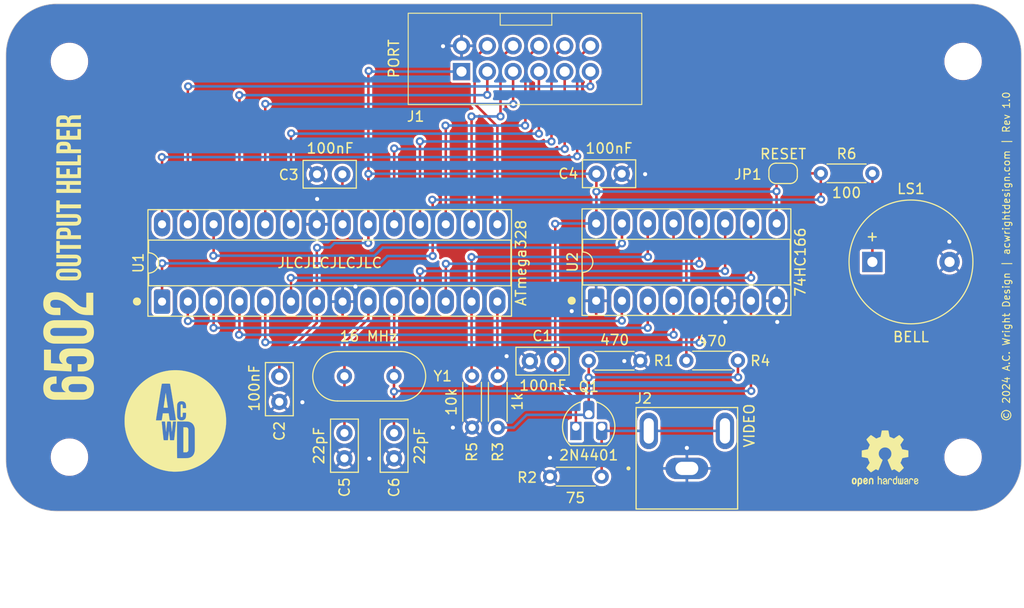
<source format=kicad_pcb>
(kicad_pcb (version 20241229) (generator "pcbnew") (generator_version "9.0")
  (title_block (title "6502 Output Helper") (date "2025-12-05") (rev "1.0") (company "A.C. Wright Design"))
  (layers (0 "F.Cu" signal "Top") (2 "B.Cu" signal "Bottom") (13 "F.Paste" user) (15 "B.Paste" user) (5 "F.SilkS" user "F.Silkscreen") (7 "B.SilkS" user "B.Silkscreen") (1 "F.Mask" user) (3 "B.Mask" user) (25 "Edge.Cuts" user))
  (net 0 "")
  (net 1 "GND")
  (net 2 "VCC")
  (net 3 "Net-(U1-AREF)")
  (net 4 "P2")
  (net 5 "XTAL1")
  (net 6 "XTAL2")
  (net 7 "P3")
  (net 8 "P6")
  (net 9 "C1{slash}ACK")
  (net 10 "P5")
  (net 11 "C2{slash}AVAIL")
  (net 12 "P0")
  (net 13 "P4")
  (net 14 "P1")
  (net 15 "P7")
  (net 16 "Net-(J2-In)")
  (net 17 "BELL")
  (net 18 "Net-(LS1-+)")
  (net 19 "COMVID")
  (net 20 "Net-(U1-PB0)")
  (net 21 "Net-(U2-Qh)")
  (net 22 "D7")
  (net 23 "D1")
  (net 24 "SH{slash}LDB")
  (net 25 "D6")
  (net 26 "D2")
  (net 27 "D4")
  (net 28 "D0")
  (net 29 "D5")
  (net 30 "D3")
  (footprint "Symbol:OSHW-Logo2_7.3x6mm_SilkScreen" (layer "F.Cu") (at 151.6211 127.9436)
    (property "Reference" "REF**" (hide yes))
    (property "Value" "OSHW-Logo2_7.3x6mm_SilkScreen" (hide yes))
  )
  (footprint "A.C. Wright Logo:A.C. Wright Logo 10mm" (layer "F.Cu") (at 81.7311 124.2436)
    (property "Reference" "G***" (hide yes))
    (property "Value" "LOGO" (hide yes))
  )
  (footprint "Capacitor_THT:C_Disc_D5.0mm_W2.5mm_P2.50mm" (layer "F.Cu") (at 125.6911 99.8836 180)
    (property "Reference" "C4" (at 5.27 0 0) (layer "F.SilkS"))
    (property "Value" "100nF" (at 1.25 2.5 0) (layer "F.SilkS"))
    (pad "1" thru_hole circle (at 0 0 180) (size 1.6 1.6) (drill 0.8) (layers "*.Cu" "*.Mask") (net 1 "GND"))
    (pad "2" thru_hole circle (at 2.5 0 180) (size 1.6 1.6) (drill 0.8) (layers "*.Cu" "*.Mask") (net 2 "VCC"))
  )
  (footprint "Capacitor_THT:C_Disc_D5.0mm_W2.5mm_P2.50mm" (layer "F.Cu") (at 119.1411 118.3536 180)
    (property "Reference" "C1" (at 1.28 2.48 0) (layer "F.SilkS"))
    (property "Value" "100nF" (at 1.22 -2.4 0) (layer "F.SilkS"))
    (pad "1" thru_hole circle (at 0 0 180) (size 1.6 1.6) (drill 0.8) (layers "*.Cu" "*.Mask") (net 2 "VCC"))
    (pad "2" thru_hole circle (at 2.5 0 180) (size 1.6 1.6) (drill 0.8) (layers "*.Cu" "*.Mask") (net 1 "GND"))
  )
  (footprint "MountingHole:MountingHole_3.2mm_M3" (layer "F.Cu") (at 159.3011 88.8136)
    (property "Reference" "H2" (hide yes))
    (property "Value" "MountingHole" (hide yes))
    (pad "" np_thru_hole circle (at 0 0) (size 3.2 3.2) (drill 3.2) (layers "*.Cu" "*.Mask"))
  )
  (footprint "Capacitor_THT:C_Disc_D5.0mm_W2.5mm_P2.50mm" (layer "F.Cu") (at 103.2711 125.4336 -90)
    (property "Reference" "C6" (at 5.36 0 90) (layer "F.SilkS"))
    (property "Value" "22pF" (at 1.25 -2.52 90) (layer "F.SilkS"))
    (pad "1" thru_hole circle (at 0 0 270) (size 1.6 1.6) (drill 0.8) (layers "*.Cu" "*.Mask") (net 6 "XTAL2"))
    (pad "2" thru_hole circle (at 2.5 0 270) (size 1.6 1.6) (drill 0.8) (layers "*.Cu" "*.Mask") (net 1 "GND"))
  )
  (footprint "Package_DIP:DIP-16_W7.62mm_Socket_LongPads" (layer "F.Cu") (at 123.1711 112.4036 90)
    (property "Reference" "U2" (at 3.81 -2.33 90) (layer "F.SilkS"))
    (property "Value" "74HC166" (at 3.81 20.11 90) (layer "F.SilkS"))
    (pad "1" thru_hole roundrect (at 0 0 90) (size 2.4 1.6) (drill 0.8) (layers "*.Cu" "*.Mask") (roundrect_rratio 0.15625) (net 1 "GND"))
    (pad "2" thru_hole oval (at 0 2.54 90) (size 2.4 1.6) (drill 0.8) (layers "*.Cu" "*.Mask") (net 28 "D0"))
    (pad "3" thru_hole oval (at 0 5.08 90) (size 2.4 1.6) (drill 0.8) (layers "*.Cu" "*.Mask") (net 23 "D1"))
    (pad "4" thru_hole oval (at 0 7.62 90) (size 2.4 1.6) (drill 0.8) (layers "*.Cu" "*.Mask") (net 26 "D2"))
    (pad "5" thru_hole oval (at 0 10.16 90) (size 2.4 1.6) (drill 0.8) (layers "*.Cu" "*.Mask") (net 30 "D3"))
    (pad "6" thru_hole oval (at 0 12.7 90) (size 2.4 1.6) (drill 0.8) (layers "*.Cu" "*.Mask") (net 1 "GND"))
    (pad "7" thru_hole oval (at 0 15.24 90) (size 2.4 1.6) (drill 0.8) (layers "*.Cu" "*.Mask") (net 6 "XTAL2"))
    (pad "8" thru_hole oval (at 0 17.78 90) (size 2.4 1.6) (drill 0.8) (layers "*.Cu" "*.Mask") (net 1 "GND"))
    (pad "9" thru_hole oval (at 7.62 17.78 90) (size 2.4 1.6) (drill 0.8) (layers "*.Cu" "*.Mask") (net 2 "VCC"))
    (pad "10" thru_hole oval (at 7.62 15.24 90) (size 2.4 1.6) (drill 0.8) (layers "*.Cu" "*.Mask") (net 27 "D4"))
    (pad "11" thru_hole oval (at 7.62 12.7 90) (size 2.4 1.6) (drill 0.8) (layers "*.Cu" "*.Mask") (net 29 "D5"))
    (pad "12" thru_hole oval (at 7.62 10.16 90) (size 2.4 1.6) (drill 0.8) (layers "*.Cu" "*.Mask") (net 25 "D6"))
    (pad "13" thru_hole oval (at 7.62 7.62 90) (size 2.4 1.6) (drill 0.8) (layers "*.Cu" "*.Mask") (net 21 "Net-(U2-Qh)"))
    (pad "14" thru_hole oval (at 7.62 5.08 90) (size 2.4 1.6) (drill 0.8) (layers "*.Cu" "*.Mask") (net 22 "D7"))
    (pad "15" thru_hole oval (at 7.62 2.54 90) (size 2.4 1.6) (drill 0.8) (layers "*.Cu" "*.Mask") (net 24 "SH{slash}LDB"))
    (pad "16" thru_hole oval (at 7.62 0 90) (size 2.4 1.6) (drill 0.8) (layers "*.Cu" "*.Mask") (net 2 "VCC"))
  )
  (footprint "6502 Parts:6502 GPIO Connector" (layer "F.Cu") (at 109.9111 89.8136 90)
    (property "Reference" "J1" (at -4.43 -4.52 180) (layer "F.SilkS"))
    (property "Value" "PORT" (at 1.27 -6.66 90) (layer "F.SilkS"))
    (pad "1" thru_hole rect (at 0 0 90) (size 1.7 1.7) (drill 1) (layers "*.Cu" "*.Mask") (net 2 "VCC"))
    (pad "2" thru_hole oval (at 2.54 0 90) (size 1.7 1.7) (drill 1) (layers "*.Cu" "*.Mask") (net 1 "GND"))
    (pad "3" thru_hole oval (at 0 2.54 90) (size 1.7 1.7) (drill 1) (layers "*.Cu" "*.Mask") (net 15 "P7"))
    (pad "4" thru_hole oval (at 2.54 2.54 90) (size 1.7 1.7) (drill 1) (layers "*.Cu" "*.Mask") (net 12 "P0"))
    (pad "5" thru_hole oval (at 0 5.08 90) (size 1.7 1.7) (drill 1) (layers "*.Cu" "*.Mask") (net 8 "P6"))
    (pad "6" thru_hole oval (at 2.54 5.08 90) (size 1.7 1.7) (drill 1) (layers "*.Cu" "*.Mask") (net 14 "P1"))
    (pad "7" thru_hole oval (at 0 7.62 90) (size 1.7 1.7) (drill 1) (layers "*.Cu" "*.Mask") (net 10 "P5"))
    (pad "8" thru_hole oval (at 2.54 7.62 90) (size 1.7 1.7) (drill 1) (layers "*.Cu" "*.Mask") (net 4 "P2"))
    (pad "9" thru_hole oval (at 0 10.16 90) (size 1.7 1.7) (drill 1) (layers "*.Cu" "*.Mask") (net 13 "P4"))
    (pad "10" thru_hole oval (at 2.54 10.16 90) (size 1.7 1.7) (drill 1) (layers "*.Cu" "*.Mask") (net 7 "P3"))
    (pad "11" thru_hole oval (at 0 12.7 90) (size 1.7 1.7) (drill 1) (layers "*.Cu" "*.Mask") (net 9 "C1{slash}ACK"))
    (pad "12" thru_hole oval (at 2.54 12.7 90) (size 1.7 1.7) (drill 1) (layers "*.Cu" "*.Mask") (net 11 "C2{slash}AVAIL"))
  )
  (footprint "6502 Logos:6502 Output Helper 5mm" (layer "F.Cu") (at 71.220936 100.927563 90)
    (property "Reference" "G***" (hide yes))
    (property "Value" "LOGO" (hide yes))
  )
  (footprint "Jumper:SolderJumper-2_P1.3mm_Open_RoundedPad1.0x1.5mm" (layer "F.Cu") (at 141.5811 99.8436 180)
    (property "Reference" "JP1" (at 3.47 -0.11 0) (layer "F.SilkS"))
    (property "Value" "RESET" (at 0 1.9 0) (layer "F.SilkS"))
    (pad "1" smd custom (at -0.65 0 180) (size 1 0.5) (layers "F.Cu" "F.Mask") (net 17 "BELL") (options (clearance outline) (anchor rect)) (primitives (gr_circle (center 0 0.25) (end 0.5 0.25) (width 0) (fill yes)) (gr_circle (center 0 -0.25) (end 0.5 -0.25) (width 0) (fill yes)) (gr_poly (pts (xy 0.5 0.75) (xy 0 0.75) (xy 0 -0.75) (xy 0.5 -0.75)) (width 0) (fill yes))))
    (pad "2" smd custom (at 0.65 0 180) (size 1 0.5) (layers "F.Cu" "F.Mask") (net 2 "VCC") (options (clearance outline) (anchor rect)) (primitives (gr_circle (center 0 0.25) (end 0.5 0.25) (width 0) (fill yes)) (gr_circle (center 0 -0.25) (end 0.5 -0.25) (width 0) (fill yes)) (gr_poly (pts (xy 0 0.75) (xy -0.5 0.75) (xy -0.5 -0.75) (xy 0 -0.75)) (width 0) (fill yes))))
  )
  (footprint "Resistor_THT:R_Axial_DIN0204_L3.6mm_D1.6mm_P5.08mm_Horizontal" (layer "F.Cu") (at 110.9511 124.8936 90)
    (property "Reference" "R5" (at -2.41 -0.02 90) (layer "F.SilkS"))
    (property "Value" "10k" (at 2.53 -2.04 90) (layer "F.SilkS"))
    (pad "1" thru_hole circle (at 0 0 90) (size 1.4 1.4) (drill 0.7) (layers "*.Cu" "*.Mask") (net 1 "GND"))
    (pad "2" thru_hole circle (at 5.08 0 90) (size 1.4 1.4) (drill 0.7) (layers "*.Cu" "*.Mask") (net 22 "D7"))
  )
  (footprint "MountingHole:MountingHole_3.2mm_M3" (layer "F.Cu") (at 159.3011 127.8136)
    (property "Reference" "H4" (hide yes))
    (property "Value" "MountingHole" (hide yes))
    (pad "" np_thru_hole circle (at 0 0) (size 3.2 3.2) (drill 3.2) (layers "*.Cu" "*.Mask"))
  )
  (footprint "6502 Parts:SWITCHCRAFT_PJRAN1X1U04X" (layer "F.Cu") (at 132.1011 128.9236)
    (property "Reference" "J2" (at -4.29 -6.9 0) (layer "F.SilkS"))
    (property "Value" "VIDEO" (at 6.15 -4.22 90) (layer "F.SilkS"))
    (pad "1" thru_hole oval (at 0 0) (size 4.2 2.1) (drill oval 2.25 1.3) (layers "*.Cu" "*.Mask") (net 1 "GND"))
    (pad "2" thru_hole oval (at -3.75 -3.7) (size 1.8 3.6) (drill oval 1 2.5) (layers "*.Cu" "*.Mask") (net 16 "Net-(J2-In)"))
    (pad "2" thru_hole oval (at 3.75 -3.7) (size 1.8 3.6) (drill oval 1 2.5) (layers "*.Cu" "*.Mask") (net 16 "Net-(J2-In)"))
  )
  (footprint "Resistor_THT:R_Axial_DIN0204_L3.6mm_D1.6mm_P5.08mm_Horizontal" (layer "F.Cu") (at 145.2911 99.8436)
    (property "Reference" "R6" (at 2.54 -1.92 0) (layer "F.SilkS"))
    (property "Value" "100" (at 2.54 1.92 0) (layer "F.SilkS"))
    (pad "1" thru_hole circle (at 0 0) (size 1.4 1.4) (drill 0.7) (layers "*.Cu" "*.Mask") (net 17 "BELL"))
    (pad "2" thru_hole circle (at 5.08 0) (size 1.4 1.4) (drill 0.7) (layers "*.Cu" "*.Mask") (net 18 "Net-(LS1-+)"))
  )
  (footprint "MountingHole:MountingHole_3.2mm_M3" (layer "F.Cu") (at 71.3011 88.8136)
    (property "Reference" "H1" (hide yes))
    (property "Value" "MountingHole" (hide yes))
    (pad "" np_thru_hole circle (at 0 0) (size 3.2 3.2) (drill 3.2) (layers "*.Cu" "*.Mask"))
  )
  (footprint "Buzzer_Beeper:Buzzer_12x9.5RM7.6" (layer "F.Cu") (at 150.3711 108.5736)
    (property "Reference" "LS1" (at 3.8 -7.2 0) (layer "F.SilkS"))
    (property "Value" "BELL" (at 3.8 7.4 0) (layer "F.SilkS"))
    (fp_text user "+" (at -0.01 -2.54 0) (layer "F.SilkS"))
    (pad "1" thru_hole rect (at 0 0) (size 2 2) (drill 1) (layers "*.Cu" "*.Mask") (net 18 "Net-(LS1-+)"))
    (pad "2" thru_hole circle (at 7.6 0) (size 2 2) (drill 1) (layers "*.Cu" "*.Mask") (net 1 "GND"))
  )
  (footprint "Package_TO_SOT_THT:TO-92_HandSolder" (layer "F.Cu") (at 121.1711 124.8336)
    (property "Reference" "Q1" (at 1.27 -3.96 0) (layer "F.SilkS"))
    (property "Value" "2N4401" (at 1.27 2.79 0) (layer "F.SilkS"))
    (pad "1" thru_hole rect (at 0 0) (size 1.1 1.8) (drill 0.75 (offset 0 0.4)) (layers "*.Cu" "*.Mask") (net 2 "VCC"))
    (pad "2" thru_hole roundrect (at 1.27 -1.27) (size 1.1 1.8) (drill 0.75 (offset 0 -0.4)) (layers "*.Cu" "*.Mask") (net 19 "COMVID"))
    (pad "3" thru_hole roundrect (at 2.54 0) (size 1.1 1.8) (drill 0.75 (offset 0 0.4)) (layers "*.Cu" "*.Mask") (net 16 "Net-(J2-In)"))
  )
  (footprint "Resistor_THT:R_Axial_DIN0204_L3.6mm_D1.6mm_P5.08mm_Horizontal" (layer "F.Cu") (at 122.4411 118.3136)
    (property "Reference" "R1" (at 7.37 0 0) (layer "F.SilkS"))
    (property "Value" "470" (at 2.54 -2.05 0) (layer "F.SilkS"))
    (pad "1" thru_hole circle (at 0 0) (size 1.4 1.4) (drill 0.7) (layers "*.Cu" "*.Mask") (net 19 "COMVID"))
    (pad "2" thru_hole circle (at 5.08 0) (size 1.4 1.4) (drill 0.7) (layers "*.Cu" "*.Mask") (net 1 "GND"))
  )
  (footprint "Resistor_THT:R_Axial_DIN0204_L3.6mm_D1.6mm_P5.08mm_Horizontal" (layer "F.Cu") (at 123.7111 129.7336 180)
    (property "Reference" "R2" (at 7.34 -0.09 0) (layer "F.SilkS"))
    (property "Value" "75" (at 2.58 -2.1 0) (layer "F.SilkS"))
    (pad "1" thru_hole circle (at 0 0 180) (size 1.4 1.4) (drill 0.7) (layers "*.Cu" "*.Mask") (net 16 "Net-(J2-In)"))
    (pad "2" thru_hole circle (at 5.08 0 180) (size 1.4 1.4) (drill 0.7) (layers "*.Cu" "*.Mask") (net 1 "GND"))
  )
  (footprint "Capacitor_THT:C_Disc_D5.0mm_W2.5mm_P2.50mm" (layer "F.Cu") (at 95.6811 99.9336)
    (property "Reference" "C3" (at -2.79 0.06 0) (layer "F.SilkS"))
    (property "Value" "100nF" (at 1.29 -2.55 0) (layer "F.SilkS"))
    (pad "1" thru_hole circle (at 0 0) (size 1.6 1.6) (drill 0.8) (layers "*.Cu" "*.Mask") (net 1 "GND"))
    (pad "2" thru_hole circle (at 2.5 0) (size 1.6 1.6) (drill 0.8) (layers "*.Cu" "*.Mask") (net 3 "Net-(U1-AREF)"))
  )
  (footprint "Capacitor_THT:C_Disc_D5.0mm_W2.5mm_P2.50mm" (layer "F.Cu") (at 98.3811 125.4336 -90)
    (property "Reference" "C5" (at 5.35 -0.01 90) (layer "F.SilkS"))
    (property "Value" "22pF" (at 1.25 2.5 90) (layer "F.SilkS"))
    (pad "1" thru_hole circle (at 0 0 270) (size 1.6 1.6) (drill 0.8) (layers "*.Cu" "*.Mask") (net 5 "XTAL1"))
    (pad "2" thru_hole circle (at 2.5 0 270) (size 1.6 1.6) (drill 0.8) (layers "*.Cu" "*.Mask") (net 1 "GND"))
  )
  (footprint "Capacitor_THT:C_Disc_D5.0mm_W2.5mm_P2.50mm" (layer "F.Cu") (at 91.9711 122.3636 90)
    (property "Reference" "C2" (at -2.88 0.01 90) (layer "F.SilkS"))
    (property "Value" "100nF" (at 1.37 -2.46 90) (layer "F.SilkS"))
    (pad "1" thru_hole circle (at 0 0 90) (size 1.6 1.6) (drill 0.8) (layers "*.Cu" "*.Mask") (net 1 "GND"))
    (pad "2" thru_hole circle (at 2.5 0 90) (size 1.6 1.6) (drill 0.8) (layers "*.Cu" "*.Mask") (net 2 "VCC"))
  )
  (footprint "Resistor_THT:R_Axial_DIN0204_L3.6mm_D1.6mm_P5.08mm_Horizontal" (layer "F.Cu") (at 137.1311 118.2936 180)
    (property "Reference" "R4" (at -2.2 -0.03 0) (layer "F.SilkS"))
    (property "Value" "470" (at 2.54 1.92 0) (layer "F.SilkS"))
    (pad "1" thru_hole circle (at 0 0 180) (size 1.4 1.4) (drill 0.7) (layers "*.Cu" "*.Mask") (net 19 "COMVID"))
    (pad "2" thru_hole circle (at 5.08 0 180) (size 1.4 1.4) (drill 0.7) (layers "*.Cu" "*.Mask") (net 21 "Net-(U2-Qh)"))
  )
  (footprint "Package_DIP:DIP-28_W7.62mm_Socket_LongPads" (layer "F.Cu") (at 80.4211 112.4836 90)
    (property "Reference" "U1" (at 3.81 -2.33 90) (layer "F.SilkS"))
    (property "Value" "ATmega328" (at 3.81 35.35 90) (layer "F.SilkS"))
    (pad "1" thru_hole roundrect (at 0 0 90) (size 2.4 1.6) (drill 0.8) (layers "*.Cu" "*.Mask") (roundrect_rratio 0.15625) (net 17 "BELL"))
    (pad "2" thru_hole oval (at 0 2.54 90) (size 2.4 1.6) (drill 0.8) (layers "*.Cu" "*.Mask") (net 28 "D0"))
    (pad "3" thru_hole oval (at 0 5.08 90) (size 2.4 1.6) (drill 0.8) (layers "*.Cu" "*.Mask") (net 23 "D1"))
    (pad "4" thru_hole oval (at 0 7.62 90) (size 2.4 1.6) (drill 0.8) (layers "*.Cu" "*.Mask") (net 26 "D2"))
    (pad "5" thru_hole oval (at 0 10.16 90) (size 2.4 1.6) (drill 0.8) (layers "*.Cu" "*.Mask") (net 30 "D3"))
    (pad "6" thru_hole oval (at 0 12.7 90) (size 2.4 1.6) (drill 0.8) (layers "*.Cu" "*.Mask") (net 27 "D4"))
    (pad "7" thru_hole oval (at 0 15.24 90) (size 2.4 1.6) (drill 0.8) (layers "*.Cu" "*.Mask") (net 2 "VCC"))
    (pad "8" thru_hole oval (at 0 17.78 90) (size 2.4 1.6) (drill 0.8) (layers "*.Cu" "*.Mask") (net 1 "GND"))
    (pad "9" thru_hole oval (at 0 20.32 90) (size 2.4 1.6) (drill 0.8) (layers "*.Cu" "*.Mask") (net 5 "XTAL1"))
    (pad "10" thru_hole oval (at 0 22.86 90) (size 2.4 1.6) (drill 0.8) (layers "*.Cu" "*.Mask") (net 6 "XTAL2"))
    (pad "11" thru_hole oval (at 0 25.4 90) (size 2.4 1.6) (drill 0.8) (layers "*.Cu" "*.Mask") (net 29 "D5"))
    (pad "12" thru_hole oval (at 0 27.94 90) (size 2.4 1.6) (drill 0.8) (layers "*.Cu" "*.Mask") (net 25 "D6"))
    (pad "13" thru_hole oval (at 0 30.48 90) (size 2.4 1.6) (drill 0.8) (layers "*.Cu" "*.Mask") (net 22 "D7"))
    (pad "14" thru_hole oval (at 0 33.02 90) (size 2.4 1.6) (drill 0.8) (layers "*.Cu" "*.Mask") (net 20 "Net-(U1-PB0)"))
    (pad "15" thru_hole oval (at 7.62 33.02 90) (size 2.4 1.6) (drill 0.8) (layers "*.Cu" "*.Mask") (net 12 "P0"))
    (pad "16" thru_hole oval (at 7.62 30.48 90) (size 2.4 1.6) (drill 0.8) (layers "*.Cu" "*.Mask") (net 14 "P1"))
    (pad "17" thru_hole oval (at 7.62 27.94 90) (size 2.4 1.6) (drill 0.8) (layers "*.Cu" "*.Mask") (net 4 "P2"))
    (pad "18" thru_hole oval (at 7.62 25.4 90) (size 2.4 1.6) (drill 0.8) (layers "*.Cu" "*.Mask") (net 7 "P3"))
    (pad "19" thru_hole oval (at 7.62 22.86 90) (size 2.4 1.6) (drill 0.8) (layers "*.Cu" "*.Mask") (net 13 "P4"))
    (pad "20" thru_hole oval (at 7.62 20.32 90) (size 2.4 1.6) (drill 0.8) (layers "*.Cu" "*.Mask") (net 2 "VCC"))
    (pad "21" thru_hole oval (at 7.62 17.78 90) (size 2.4 1.6) (drill 0.8) (layers "*.Cu" "*.Mask") (net 3 "Net-(U1-AREF)"))
    (pad "22" thru_hole oval (at 7.62 15.24 90) (size 2.4 1.6) (drill 0.8) (layers "*.Cu" "*.Mask") (net 1 "GND"))
    (pad "23" thru_hole oval (at 7.62 12.7 90) (size 2.4 1.6) (drill 0.8) (layers "*.Cu" "*.Mask") (net 10 "P5"))
    (pad "24" thru_hole oval (at 7.62 10.16 90) (size 2.4 1.6) (drill 0.8) (layers "*.Cu" "*.Mask") (net 8 "P6"))
    (pad "25" thru_hole oval (at 7.62 7.62 90) (size 2.4 1.6) (drill 0.8) (layers "*.Cu" "*.Mask") (net 15 "P7"))
    (pad "26" thru_hole oval (at 7.62 5.08 90) (size 2.4 1.6) (drill 0.8) (layers "*.Cu" "*.Mask") (net 24 "SH{slash}LDB"))
    (pad "27" thru_hole oval (at 7.62 2.54 90) (size 2.4 1.6) (drill 0.8) (layers "*.Cu" "*.Mask") (net 9 "C1{slash}ACK"))
    (pad "28" thru_hole oval (at 7.62 0 90) (size 2.4 1.6) (drill 0.8) (layers "*.Cu" "*.Mask") (net 11 "C2{slash}AVAIL"))
  )
  (footprint "MountingHole:MountingHole_3.2mm_M3" (layer "F.Cu") (at 71.3011 127.8136)
    (property "Reference" "H3" (hide yes))
    (property "Value" "MountingHole" (hide yes))
    (pad "" np_thru_hole circle (at 0 0) (size 3.2 3.2) (drill 3.2) (layers "*.Cu" "*.Mask"))
  )
  (footprint "Crystal:Crystal_HC49-U_Vertical" (layer "F.Cu") (at 103.2611 119.8436 180)
    (property "Reference" "Y1" (at -4.8 0.01 0) (layer "F.SilkS"))
    (property "Value" "16 MHz" (at 2.5 3.93 0) (layer "F.SilkS"))
    (pad "1" thru_hole circle (at 0 0 180) (size 1.5 1.5) (drill 0.8) (layers "*.Cu" "*.Mask") (net 6 "XTAL2"))
    (pad "2" thru_hole circle (at 4.88 0 180) (size 1.5 1.5) (drill 0.8) (layers "*.Cu" "*.Mask") (net 5 "XTAL1"))
  )
  (footprint "Resistor_THT:R_Axial_DIN0204_L3.6mm_D1.6mm_P5.08mm_Horizontal" (layer "F.Cu") (at 113.4811 124.9036 90)
    (property "Reference" "R3" (at -2.4 0.01 90) (layer "F.SilkS"))
    (property "Value" "1k" (at 2.58 1.93 90) (layer "F.SilkS"))
    (pad "1" thru_hole circle (at 0 0 90) (size 1.4 1.4) (drill 0.7) (layers "*.Cu" "*.Mask") (net 19 "COMVID"))
    (pad "2" thru_hole circle (at 5.08 0 90) (size 1.4 1.4) (drill 0.7) (layers "*.Cu" "*.Mask") (net 20 "Net-(U1-PB0)"))
  )
  (gr_circle (center 120.7611 112.3936) (end 120.9611 112.3936) (stroke (width 0.4)) (fill no) (layer "F.SilkS"))
  (gr_circle (center 77.9511 112.4736) (end 78.1511 112.4736) (stroke (width 0.4)) (fill no) (layer "F.SilkS"))
  (gr_line (start 132.8472 133.1342) (end 160.0472 133.1342) (stroke (width 0.05)) (layer "Edge.Cuts"))
  (gr_arc (start 70.0472 133.1342) (mid 66.511666 131.669734) (end 65.0472 128.1342) (stroke (width 0.05)) (layer "Edge.Cuts"))
  (gr_line (start 165.0472 128.1342) (end 165.0472 88.1342) (stroke (width 0.05)) (layer "Edge.Cuts"))
  (gr_line (start 70.0472 133.1342) (end 132.8472 133.1342) (stroke (width 0.05)) (layer "Edge.Cuts"))
  (gr_line (start 65.0472 88.1342) (end 65.0472 128.1342) (stroke (width 0.05)) (layer "Edge.Cuts"))
  (gr_arc (start 65.0472 88.1342) (mid 66.511666 84.598666) (end 70.0472 83.1342) (stroke (width 0.05)) (layer "Edge.Cuts"))
  (gr_line (start 160.0472 83.1342) (end 70.0472 83.1342) (stroke (width 0.05)) (layer "Edge.Cuts"))
  (gr_arc (start 160.0472 83.1342) (mid 163.582734 84.598666) (end 165.0472 88.1342) (stroke (width 0.05)) (layer "Edge.Cuts"))
  (gr_arc (start 165.0472 128.1342) (mid 163.582734 131.669734) (end 160.0472 133.1342) (stroke (width 0.05)) (layer "Edge.Cuts"))
  (gr_text "JLCJLCJLCJLC" (at 96.9311 108.6736 0) (layer "F.SilkS") (effects (font (size 1 1))))
  (gr_text "© 2024 A.C. Wright Design | acwrightdesign.com | Rev 1.0" (at 163.56 108.04 90) (layer "F.SilkS") (effects (font (size 0.7 0.7) (thickness 0.1))))
  (via (at 99.4611 111.0036) (size 0.8) (drill 0.4) (layers "F.Cu" "B.Cu") (net 1))
  (via (at 94.2411 122.4036) (size 0.8) (drill 0.4) (layers "F.Cu" "B.Cu") (net 1))
  (via (at 100.8311 127.9636) (size 0.8) (drill 0.4) (layers "F.Cu" "B.Cu") (net 1))
  (via (at 95.6911 102.3736) (size 0.8) (drill 0.4) (layers "F.Cu" "B.Cu") (net 1))
  (via (at 120.7611 113.4236) (size 0.8) (drill 0.4) (layers "F.Cu" "B.Cu") (net 1))
  (via (at 118.6211 127.8736) (size 0.8) (drill 0.4) (layers "F.Cu" "B.Cu") (net 1))
  (via (at 135.8911 114.4936) (size 0.8) (drill 0.4) (layers "F.Cu" "B.Cu") (net 1))
  (via (at 125.9411 118.3436) (size 0.8) (drill 0.4) (layers "F.Cu" "B.Cu") (net 1))
  (via (at 127.9911 99.9236) (size 0.8) (drill 0.4) (layers "F.Cu" "B.Cu") (net 1))
  (via (at 109.0611 124.9036) (size 0.8) (drill 0.4) (layers "F.Cu" "B.Cu") (net 1))
  (via (at 108.0911 87.3136) (size 0.8) (drill 0.4) (layers "F.Cu" "B.Cu") (net 1))
  (via (at 132.1011 126.9036) (size 0.8) (drill 0.4) (layers "F.Cu" "B.Cu") (net 1))
  (via (at 157.9511 106.5736) (size 0.8) (drill 0.4) (layers "F.Cu" "B.Cu") (net 1))
  (via (at 141.0011 114.4936) (size 0.8) (drill 0.4) (layers "F.Cu" "B.Cu") (net 1))
  (via (at 114.3511 117.8636) (size 0.8) (drill 0.4) (layers "F.Cu" "B.Cu") (net 1))
  (segment (start 123.1911 99.8836) (end 123.1911 102.2636) (width 0.25) (layer "F.Cu") (net 2))
  (segment (start 91.9711 118.2736) (end 95.6611 114.5836) (width 0.25) (layer "F.Cu") (net 2))
  (segment (start 119.1411 104.8236) (end 119.1311 104.8136) (width 0.25) (layer "F.Cu") (net 2))
  (segment (start 100.7411 89.7736) (end 100.7411 99.8936) (width 0.25) (layer "F.Cu") (net 2))
  (segment (start 140.9311 99.8436) (end 140.9311 101.6136) (width 0.25) (layer "F.Cu") (net 2))
  (segment (start 123.1911 104.7636) (end 123.1711 104.7836) (width 0.25) (layer "F.Cu") (net 2))
  (segment (start 95.6911 107.1736) (end 95.6611 107.2036) (width 0.25) (layer "F.Cu") (net 2))
  (segment (start 121.1811 122.1836) (end 121.1711 122.1936) (width 0.25) (layer "F.Cu") (net 2))
  (segment (start 100.7411 99.8936) (end 100.7411 104.8636) (width 0.25) (layer "F.Cu") (net 2))
  (segment (start 140.9311 104.7636) (end 140.9511 104.7836) (width 0.25) (layer "F.Cu") (net 2))
  (segment (start 121.1711 122.1936) (end 121.1711 124.8336) (width 0.25) (layer "F.Cu") (net 2))
  (segment (start 100.7711 89.7436) (end 100.7411 89.7736) (width 0.25) (layer "F.Cu") (net 2))
  (segment (start 100.7411 104.8636) (end 100.7411 106.6936) (width 0.25) (layer "F.Cu") (net 2))
  (segment (start 140.9311 101.6136) (end 140.9311 104.7636) (width 0.25) (layer "F.Cu") (net 2))
  (segment (start 119.1411 118.3536) (end 119.1411 120.1436) (width 0.25) (layer "F.Cu") (net 2))
  (segment (start 95.6611 114.5836) (end 95.6611 112.4836) (width 0.25) (layer "F.Cu") (net 2))
  (segment (start 123.1911 102.2636) (end 123.1911 104.7636) (width 0.25) (layer "F.Cu") (net 2))
  (segment (start 119.1411 120.1436) (end 121.1811 122.1836) (width 0.25) (layer "F.Cu") (net 2))
  (segment (start 91.9711 119.8636) (end 91.9711 118.2736) (width 0.25) (layer "F.Cu") (net 2))
  (segment (start 119.1411 118.3536) (end 119.1411 104.8236) (width 0.25) (layer "F.Cu") (net 2))
  (segment (start 100.7411 106.6936) (end 100.7211 106.7136) (width 0.25) (layer "F.Cu") (net 2))
  (segment (start 95.6611 107.2036) (end 95.6611 112.4836) (width 0.25) (layer "F.Cu") (net 2))
  (via (at 100.7211 106.7136) (size 0.8) (drill 0.4) (layers "F.Cu" "B.Cu") (net 2))
  (via (at 100.7411 99.8936) (size 0.8) (drill 0.4) (layers "F.Cu" "B.Cu") (net 2))
  (via (at 95.6911 107.1736) (size 0.8) (drill 0.4) (layers "F.Cu" "B.Cu") (net 2))
  (via (at 100.7711 89.7436) (size 0.8) (drill 0.4) (layers "F.Cu" "B.Cu") (net 2))
  (via (at 140.9311 101.6136) (size 0.8) (drill 0.4) (layers "F.Cu" "B.Cu") (net 2))
  (via (at 119.1311 104.8136) (size 0.8) (drill 0.4) (layers "F.Cu" "B.Cu") (net 2))
  (via (at 123.1911 101.6436) (size 0.8) (drill 0.4) (layers "F.Cu" "B.Cu") (net 2))
  (segment (start 100.7511 99.8836) (end 100.7411 99.8936) (width 0.25) (layer "B.Cu") (net 2))
  (segment (start 100.7211 106.7136) (end 97.4011 106.7136) (width 0.25) (layer "B.Cu") (net 2))
  (segment (start 97.4011 106.7136) (end 96.9711 107.1436) (width 0.25) (layer "B.Cu") (net 2))
  (segment (start 109.9111 89.8136) (end 100.8411 89.8136) (width 0.25) (layer "B.Cu") (net 2))
  (segment (start 96.9711 107.1436) (end 95.7211 107.1436) (width 0.25) (layer "B.Cu") (net 2))
  (segment (start 140.9011 101.6436) (end 140.9311 101.6136) (width 0.25) (layer "B.Cu") (net 2))
  (segment (start 100.8411 89.8136) (end 100.7711 89.7436) (width 0.25) (layer "B.Cu") (net 2))
  (segment (start 119.1611 104.7836) (end 123.1711 104.7836) (width 0.25) (layer "B.Cu") (net 2))
  (segment (start 123.1911 101.6436) (end 140.9011 101.6436) (width 0.25) (layer "B.Cu") (net 2))
  (segment (start 119.1311 104.8136) (end 119.1611 104.7836) (width 0.25) (layer "B.Cu") (net 2))
  (segment (start 95.7211 107.1436) (end 95.6911 107.1736) (width 0.25) (layer "B.Cu") (net 2))
  (segment (start 123.1911 99.8836) (end 100.7511 99.8836) (width 0.25) (layer "B.Cu") (net 2))
  (segment (start 98.1811 99.9336) (end 98.1811 104.8436) (width 0.25) (layer "F.Cu") (net 3))
  (segment (start 98.1811 104.8436) (end 98.2011 104.8636) (width 0.25) (layer "F.Cu") (net 3))
  (segment (start 117.5311 87.2736) (end 116.2011 88.6036) (width 0.25) (layer "F.Cu") (net 4))
  (segment (start 108.3311 95.1336) (end 108.3611 95.1636) (width 0.25) (layer "F.Cu") (net 4))
  (segment (start 116.2011 95.1036) (end 116.1711 95.1336) (width 0.25) (layer "F.Cu") (net 4))
  (segment (start 108.3611 95.1636) (end 108.3611 104.8636) (width 0.25) (layer "F.Cu") (net 4))
  (segment (start 116.2011 89.3236) (end 116.2011 95.1036) (width 0.25) (layer "F.Cu") (net 4))
  (segment (start 116.2011 88.6036) (end 116.2011 89.3236) (width 0.25) (layer "F.Cu") (net 4))
  (via (at 116.1711 95.1336) (size 0.8) (drill 0.4) (layers "F.Cu" "B.Cu") (net 4))
  (via (at 108.3311 95.1336) (size 0.8) (drill 0.4) (layers "F.Cu" "B.Cu") (net 4))
  (segment (start 116.1711 95.1336) (end 108.3311 95.1336) (width 0.25) (layer "B.Cu") (net 4))
  (segment (start 98.3811 119.8436) (end 98.3811 125.4336) (width 0.25) (layer "F.Cu") (net 5))
  (segment (start 100.7411 112.4836) (end 100.7411 114.1636) (width 0.25) (layer "F.Cu") (net 5))
  (segment (start 98.3811 116.5236) (end 98.3811 119.8436) (width 0.25) (layer "F.Cu") (net 5))
  (segment (start 100.7411 114.1636) (end 98.3811 116.5236) (width 0.25) (layer "F.Cu") (net 5))
  (segment (start 103.2811 112.4836) (end 103.2811 119.8236) (width 0.25) (layer "F.Cu") (net 6))
  (segment (start 138.4111 112.4036) (end 138.4111 121.2636) (width 0.25) (layer "F.Cu") (net 6))
  (segment (start 103.2611 119.8436) (end 103.2611 121.3436) (width 0.25) (layer "F.Cu") (net 6))
  (segment (start 103.2611 125.4236) (end 103.2711 125.4336) (width 0.25) (layer "F.Cu") (net 6))
  (segment (start 103.2611 121.3436) (end 103.2611 125.4236) (width 0.25) (layer "F.Cu") (net 6))
  (segment (start 103.2811 119.8236) (end 103.2611 119.8436) (width 0.25) (layer "F.Cu") (net 6))
  (segment (start 138.4111 121.2636) (end 138.4411 121.2936) (width 0.25) (layer "F.Cu") (net 6))
  (via (at 138.4411 121.2936) (size 0.8) (drill 0.4) (layers "F.Cu" "B.Cu") (net 6))
  (via (at 103.2611 121.3436) (size 0.8) (drill 0.4) (layers "F.Cu" "B.Cu") (net 6))
  (segment (start 138.4411 121.2936) (end 103.3111 121.2936) (width 0.25) (layer "B.Cu") (net 6))
  (segment (start 103.3111 121.2936) (end 103.2611 121.3436) (width 0.25) (layer "B.Cu") (net 6))
  (segment (start 105.8111 96.6836) (end 105.8211 96.6936) (width 0.25) (layer "F.Cu") (net 7))
  (segment (start 118.7711 88.5736) (end 118.7711 89.5336) (width 0.25) (layer "F.Cu") (net 7))
  (segment (start 118.7711 89.5336) (end 118.7711 96.7036) (width 0.25) (layer "F.Cu") (net 7))
  (segment (start 105.8211 96.6936) (end 105.8211 104.8636) (width 0.25) (layer "F.Cu") (net 7))
  (segment (start 120.0711 87.2736) (end 118.7711 88.5736) (width 0.25) (layer "F.Cu") (net 7))
  (via (at 105.8111 96.6836) (size 0.8) (drill 0.4) (layers "F.Cu" "B.Cu") (net 7))
  (via (at 118.7711 96.7036) (size 0.8) (drill 0.4) (layers "F.Cu" "B.Cu") (net 7))
  (segment (start 118.7711 96.7036) (end 105.8311 96.7036) (width 0.25) (layer "B.Cu") (net 7))
  (segment (start 105.8311 96.7036) (end 105.8111 96.6836) (width 0.25) (layer "B.Cu") (net 7))
  (segment (start 90.5811 93.0036) (end 90.5811 104.8636) (width 0.25) (layer "F.Cu") (net 8))
  (segment (start 90.5911 92.9936) (end 90.5811 93.0036) (width 0.25) (layer "F.Cu") (net 8))
  (segment (start 114.9911 92.9936) (end 115.0111 93.0136) (width 0.25) (layer "F.Cu") (net 8))
  (segment (start 114.9911 89.8136) (end 114.9911 92.9936) (width 0.25) (layer "F.Cu") (net 8))
  (via (at 115.0111 93.0136) (size 0.8) (drill 0.4) (layers "F.Cu" "B.Cu") (net 8))
  (via (at 90.5911 92.9936) (size 0.8) (drill 0.4) (layers "F.Cu" "B.Cu") (net 8))
  (segment (start 115.0111 93.0136) (end 90.6111 93.0136) (width 0.25) (layer "B.Cu") (net 8))
  (segment (start 90.6111 93.0136) (end 90.5911 92.9936) (width 0.25) (layer "B.Cu") (net 8))
  (segment (start 82.9611 91.3036) (end 82.9611 104.8636) (width 0.25) (layer "F.Cu") (net 9))
  (segment (start 82.9911 91.2736) (end 82.9611 91.3036) (width 0.25) (layer "F.Cu") (net 9))
  (segment (start 122.6111 89.8136) (end 122.6111 91.2536) (width 0.25) (layer "F.Cu") (net 9))
  (segment (start 122.6111 91.2536) (end 122.5911 91.2736) (width 0.25) (layer "F.Cu") (net 9))
  (via (at 82.9911 91.2736) (size 0.8) (drill 0.4) (layers "F.Cu" "B.Cu") (net 9))
  (via (at 122.5911 91.2736) (size 0.8) (drill 0.4) (layers "F.Cu" "B.Cu") (net 9))
  (segment (start 122.5911 91.2736) (end 82.9911 91.2736) (width 0.25) (layer "B.Cu") (net 9))
  (segment (start 93.1411 95.9036) (end 93.1211 95.9236) (width 0.25) (layer "F.Cu") (net 10))
  (segment (start 117.5311 89.8136) (end 117.5311 95.9336) (width 0.25) (layer "F.Cu") (net 10))
  (segment (start 93.1211 95.9236) (end 93.1211 104.8636) (width 0.25) (layer "F.Cu") (net 10))
  (via (at 93.1411 95.9036) (size 0.8) (drill 0.4) (layers "F.Cu" "B.Cu") (net 10))
  (via (at 117.5311 95.9336) (size 0.8) (drill 0.4) (layers "F.Cu" "B.Cu") (net 10))
  (segment (start 117.5311 95.9336) (end 93.1711 95.9336) (width 0.25) (layer "B.Cu") (net 10))
  (segment (start 93.1711 95.9336) (end 93.1411 95.9036) (width 0.25) (layer "B.Cu") (net 10))
  (segment (start 80.4211 98.2636) (end 80.4211 104.8636) (width 0.25) (layer "F.Cu") (net 11))
  (segment (start 121.3011 88.5836) (end 121.3011 89.4936) (width 0.25) (layer "F.Cu") (net 11))
  (segment (start 121.3011 89.4936) (end 121.3011 98.1636) (width 0.25) (layer "F.Cu") (net 11))
  (segment (start 122.6111 87.2736) (end 121.3011 88.5836) (width 0.25) (layer "F.Cu") (net 11))
  (segment (start 80.4011 98.2436) (end 80.4211 98.2636) (width 0.25) (layer "F.Cu") (net 11))
  (via (at 121.3011 98.1636) (size 0.8) (drill 0.4) (layers "F.Cu" "B.Cu") (net 11))
  (via (at 80.4011 98.2436) (size 0.8) (drill 0.4) (layers "F.Cu" "B.Cu") (net 11))
  (segment (start 121.2211 98.2436) (end 80.4011 98.2436) (width 0.25) (layer "B.Cu") (net 11))
  (segment (start 121.3011 98.1636) (end 121.2211 98.2436) (width 0.25) (layer "B.Cu") (net 11))
  (segment (start 111.2011 92.9836) (end 113.4411 95.2236) (width 0.25) (layer "F.Cu") (net 12))
  (segment (start 112.4511 87.2736) (end 111.2011 88.5236) (width 0.25) (layer "F.Cu") (net 12))
  (segment (start 111.2011 88.5236) (end 111.2011 92.9836) (width 0.25) (layer "F.Cu") (net 12))
  (segment (start 113.4411 95.2236) (end 113.4411 104.8636) (width 0.25) (layer "F.Cu") (net 12))
  (segment (start 120.0711 97.4336) (end 120.0811 97.4436) (width 0.25) (layer "F.Cu") (net 13))
  (segment (start 120.0711 89.8136) (end 120.0711 97.4336) (width 0.25) (layer "F.Cu") (net 13))
  (segment (start 103.2811 97.3936) (end 103.2811 104.8636) (width 0.25) (layer "F.Cu") (net 13))
  (via (at 103.2811 97.3936) (size 0.8) (drill 0.4) (layers "F.Cu" "B.Cu") (net 13))
  (via (at 120.0811 97.4436) (size 0.8) (drill 0.4) (layers "F.Cu" "B.Cu") (net 13))
  (segment (start 120.0811 97.4436) (end 103.3311 97.4436) (width 0.25) (layer "B.Cu") (net 13))
  (segment (start 103.3311 97.4436) (end 103.2811 97.3936) (width 0.25) (layer "B.Cu") (net 13))
  (segment (start 110.9011 104.8636) (end 110.9011 94.2436) (width 0.25) (layer "F.Cu") (net 14))
  (segment (start 113.7511 94.2336) (end 113.7511 88.5136) (width 0.25) (layer "F.Cu") (net 14))
  (segment (start 113.7511 88.5136) (end 114.9911 87.2736) (width 0.25) (layer "F.Cu") (net 14))
  (segment (start 110.9011 94.2436) (end 110.8911 94.2336) (width 0.25) (layer "F.Cu") (net 14))
  (via (at 110.8911 94.2336) (size 0.8) (drill 0.4) (layers "F.Cu" "B.Cu") (net 14))
  (via (at 113.7511 94.2336) (size 0.8) (drill 0.4) (layers "F.Cu" "B.Cu") (net 14))
  (segment (start 110.8911 94.2336) (end 113.7511 94.2336) (width 0.25) (layer "B.Cu") (net 14))
  (segment (start 88.0211 92.3736) (end 88.0411 92.3936) (width 0.25) (layer "F.Cu") (net 15))
  (segment (start 88.0211 92.1336) (end 88.0211 92.3736) (width 0.25) (layer "F.Cu") (net 15))
  (segment (start 112.4411 92.1136) (end 112.4411 91.9436) (width 0.25) (layer "F.Cu") (net 15))
  (segment (start 88.0411 92.3936) (end 88.0411 104.8636) (width 0.25) (layer "F.Cu") (net 15))
  (segment (start 112.4411 91.9436) (end 112.4511 91.9336) (width 0.25) (layer "F.Cu") (net 15))
  (segment (start 112.4511 91.9336) (end 112.4511 89.8136) (width 0.25) (layer "F.Cu") (net 15))
  (via (at 88.0211 92.1336) (size 0.8) (drill 0.4) (layers "F.Cu" "B.Cu") (net 15))
  (via (at 112.4411 92.1136) (size 0.8) (drill 0.4) (layers "F.Cu" "B.Cu") (net 15))
  (segment (start 112.4411 92.1136) (end 112.2711 92.1136) (width 0.25) (layer "B.Cu") (net 15))
  (segment (start 112.2711 92.1136) (end 112.2511 92.1336) (width 0.25) (layer "B.Cu") (net 15))
  (segment (start 112.2511 92.1336) (end 88.0211 92.1336) (width 0.25) (layer "B.Cu") (net 15))
  (segment (start 123.7111 124.8336) (end 123.7111 129.7336) (width 0.25) (layer "F.Cu") (net 16))
  (segment (start 124.1011 125.2236) (end 128.3511 125.2236) (width 0.25) (layer "B.Cu") (net 16))
  (segment (start 128.3511 125.2236) (end 135.8511 125.2236) (width 0.25) (layer "B.Cu") (net 16))
  (segment (start 123.7111 124.8336) (end 124.1011 125.2236) (width 0.25) (layer "B.Cu") (net 16))
  (segment (start 80.4211 108.7336) (end 80.4411 108.7136) (width 0.25) (layer "F.Cu") (net 17))
  (segment (start 107.0711 107.9936) (end 107.0711 102.4836) (width 0.25) (layer "F.Cu") (net 17))
  (segment (start 107.0711 102.4836) (end 107.0311 102.4436) (width 0.25) (layer "F.Cu") (net 17))
  (segment (start 145.3211 102.4136) (end 145.2911 102.3836) (width 0.25) (layer "F.Cu") (net 17))
  (segment (start 80.4211 112.4836) (end 80.4211 108.7336) (width 0.25) (layer "F.Cu") (net 17))
  (segment (start 142.2311 99.8436) (end 145.2911 99.8436) (width 0.25) (layer "F.Cu") (net 17))
  (segment (start 145.2911 102.3836) (end 145.2911 99.8436) (width 0.25) (layer "F.Cu") (net 17))
  (via (at 107.0711 107.9936) (size 0.8) (drill 0.4) (layers "F.Cu" "B.Cu") (net 17))
  (via (at 145.3211 102.4136) (size 0.8) (drill 0.4) (layers "F.Cu" "B.Cu") (net 17))
  (via (at 80.4411 108.7136) (size 0.8) (drill 0.4) (layers "F.Cu" "B.Cu") (net 17))
  (via (at 107.0311 102.4436) (size 0.8) (drill 0.4) (layers "F.Cu" "B.Cu") (net 17))
  (segment (start 145.2911 102.4436) (end 145.3211 102.4136) (width 0.25) (layer "B.Cu") (net 17))
  (segment (start 102.6011 107.9936) (end 107.0711 107.9936) (width 0.25) (layer "B.Cu") (net 17))
  (segment (start 101.8811 108.7136) (end 102.6011 107.9936) (width 0.25) (layer "B.Cu") (net 17))
  (segment (start 107.0311 102.4436) (end 145.2911 102.4436) (width 0.25) (layer "B.Cu") (net 17))
  (segment (start 80.4411 108.7136) (end 101.8811 108.7136) (width 0.25) (layer "B.Cu") (net 17))
  (segment (start 150.3711 99.8436) (end 150.3711 108.5736) (width 0.25) (layer "F.Cu") (net 18))
  (segment (start 137.1311 119.9236) (end 137.1511 119.9436) (width 0.25) (layer "F.Cu") (net 19))
  (segment (start 122.4411 119.9636) (end 122.4411 123.5636) (width 0.25) (layer "F.Cu") (net 19))
  (segment (start 137.1311 118.2936) (end 137.1311 119.9236) (width 0.25) (layer "F.Cu") (net 19))
  (segment (start 122.4411 118.3136) (end 122.4411 119.9636) (width 0.25) (layer "F.Cu") (net 19))
  (via (at 122.4411 119.9636) (size 0.8) (drill 0.4) (layers "F.Cu" "B.Cu") (net 19))
  (via (at 137.1511 119.9436) (size 0.8) (drill 0.4) (layers "F.Cu" "B.Cu") (net 19))
  (segment (start 116.3211 123.6436) (end 122.3611 123.6436) (width 0.25) (layer "B.Cu") (net 19))
  (segment (start 113.4811 124.9036) (end 115.0611 124.9036) (width 0.25) (layer "B.Cu") (net 19))
  (segment (start 115.0611 124.9036) (end 116.3211 123.6436) (width 0.25) (layer "B.Cu") (net 19))
  (segment (start 137.1511 119.9436) (end 122.4611 119.9436) (width 0.25) (layer "B.Cu") (net 19))
  (segment (start 122.3611 123.6436) (end 122.4411 123.5636) (width 0.25) (layer "B.Cu") (net 19))
  (segment (start 122.4611 119.9436) (end 122.4411 119.9636) (width 0.25) (layer "B.Cu") (net 19))
  (segment (start 113.4411 119.7836) (end 113.4811 119.8236) (width 0.25) (layer "F.Cu") (net 20))
  (segment (start 113.4411 112.4836) (end 113.4411 119.7836) (width 0.25) (layer "F.Cu") (net 20))
  (segment (start 130.7911 104.7836) (end 130.7911 106.3636) (width 0.25) (layer "F.Cu") (net 21))
  (segment (start 132.0511 107.6236) (end 132.0511 118.2936) (width 0.25) (layer "F.Cu") (net 21))
  (segment (start 130.7911 106.3636) (end 132.0511 107.6236) (width 0.25) (layer "F.Cu") (net 21))
  (segment (start 110.8911 108.0936) (end 110.9011 108.1036) (width 0.25) (layer "F.Cu") (net 22))
  (segment (start 110.9011 119.7636) (end 110.9511 119.8136) (width 0.25) (layer "F.Cu") (net 22))
  (segment (start 110.9011 108.1036) (end 110.9011 112.4836) (width 0.25) (layer "F.Cu") (net 22))
  (segment (start 128.2511 104.7836) (end 128.2511 108.0636) (width 0.25) (layer "F.Cu") (net 22))
  (segment (start 128.2511 108.0636) (end 128.2711 108.0836) (width 0.25) (layer "F.Cu") (net 22))
  (segment (start 110.9011 112.4836) (end 110.9011 119.7636) (width 0.25) (layer "F.Cu") (net 22))
  (via (at 128.2711 108.0836) (size 0.8) (drill 0.4) (layers "F.Cu" "B.Cu") (net 22))
  (via (at 110.8911 108.0936) (size 0.8) (drill 0.4) (layers "F.Cu" "B.Cu") (net 22))
  (segment (start 110.9011 108.0836) (end 110.8911 108.0936) (width 0.25) (layer "B.Cu") (net 22))
  (segment (start 128.2711 108.0836) (end 110.9011 108.0836) (width 0.25) (layer "B.Cu") (net 22))
  (segment (start 128.2511 115.0736) (end 128.2511 112.4036) (width 0.25) (layer "F.Cu") (net 23))
  (segment (start 85.5011 115.0636) (end 85.4911 115.0736) (width 0.25) (layer "F.Cu") (net 23))
  (segment (start 85.5011 112.4836) (end 85.5011 115.0636) (width 0.25) (layer "F.Cu") (net 23))
  (via (at 128.2511 115.0736) (size 0.8) (drill 0.4) (layers "F.Cu" "B.Cu") (net 23))
  (via (at 85.4911 115.0736) (size 0.8) (drill 0.4) (layers "F.Cu" "B.Cu") (net 23))
  (segment (start 85.4911 115.0736) (end 128.2511 115.0736) (width 0.25) (layer "B.Cu") (net 23))
  (segment (start 125.7111 106.7436) (end 125.7111 104.7836) (width 0.25) (layer "F.Cu") (net 24))
  (segment (start 85.5011 107.7136) (end 85.5011 104.8636) (width 0.25) (layer "F.Cu") (net 24))
  (segment (start 85.4711 107.9636) (end 85.4711 107.7436) (width 0.25) (layer "F.Cu") (net 24))
  (segment (start 85.4711 107.7436) (end 85.5011 107.7136) (width 0.25) (layer "F.Cu") (net 24))
  (via (at 125.7111 106.7436) (size 0.8) (drill 0.4) (layers "F.Cu" "B.Cu") (net 24))
  (via (at 85.4711 107.9636) (size 0.8) (drill 0.4) (layers "F.Cu" "B.Cu") (net 24))
  (segment (start 125.2911 107.1636) (end 125.7111 106.7436) (width 0.25) (layer "B.Cu") (net 24))
  (segment (start 102.1511 107.1636) (end 125.2911 107.1636) (width 0.25) (layer "B.Cu") (net 24))
  (segment (start 101.3511 107.9636) (end 102.1511 107.1636) (width 0.25) (layer "B.Cu") (net 24))
  (segment (start 85.4711 107.9636) (end 101.3511 107.9636) (width 0.25) (layer "B.Cu") (net 24))
  (segment (start 108.3711 108.7536) (end 108.3711 109.3636) (width 0.25) (layer "F.Cu") (net 25))
  (segment (start 133.3311 104.7836) (end 133.3311 108.7436) (width 0.25) (layer "F.Cu") (net 25))
  (segment (start 133.3311 108.7436) (end 133.3211 108.7536) (width 0.25) (layer "F.Cu") (net 25))
  (segment (start 108.3611 109.3736) (end 108.3611 112.4836) (width 0.25) (layer "F.Cu") (net 25))
  (segment (start 108.3711 109.3636) (end 108.3611 109.3736) (width 0.25) (layer "F.Cu") (net 25))
  (via (at 108.3711 108.7536) (size 0.8) (drill 0.4) (layers "F.Cu" "B.Cu") (net 25))
  (via (at 133.3211 108.7536) (size 0.8) (drill 0.4) (layers "F.Cu" "B.Cu") (net 25))
  (segment (start 133.3211 108.7536) (end 108.3711 108.7536) (width 0.25) (layer "B.Cu") (net 25))
  (segment (start 130.8011 115.7536) (end 130.7911 115.7436) (width 0.25) (layer "F.Cu") (net 26))
  (segment (start 88.0411 115.7136) (end 88.0011 115.7536) (width 0.25) (layer "F.Cu") (net 26))
  (segment (start 130.7911 115.7436) (end 130.7911 112.4036) (width 0.25) (layer "F.Cu") (net 26))
  (segment (start 88.0411 112.4836) (end 88.0411 115.7136) (width 0.25) (layer "F.Cu") (net 26))
  (via (at 130.8011 115.7536) (size 0.8) (drill 0.4) (layers "F.Cu" "B.Cu") (net 26))
  (via (at 88.0011 115.7536) (size 0.8) (drill 0.4) (layers "F.Cu" "B.Cu") (net 26))
  (segment (start 88.0011 115.7536) (end 130.8011 115.7536) (width 0.25) (layer "B.Cu") (net 26))
  (segment (start 138.4311 110.1336) (end 138.4111 110.1136) (width 0.25) (layer "F.Cu") (net 27))
  (segment (start 138.4111 110.1136) (end 138.4111 104.7836) (width 0.25) (layer "F.Cu") (net 27))
  (segment (start 93.1211 112.4836) (end 93.1211 110.1636) (width 0.25) (layer "F.Cu") (net 27))
  (segment (start 93.1211 110.1636) (end 93.1011 110.1436) (width 0.25) (layer "F.Cu") (net 27))
  (via (at 93.1011 110.1436) (size 0.8) (drill 0.4) (layers "F.Cu" "B.Cu") (net 27))
  (via (at 138.4311 110.1336) (size 0.8) (drill 0.4) (layers "F.Cu" "B.Cu") (net 27))
  (segment (start 138.4211 110.1436) (end 138.4311 110.1336) (width 0.25) (layer "B.Cu") (net 27))
  (segment (start 93.1011 110.1436) (end 138.4211 110.1436) (width 0.25) (layer "B.Cu") (net 27))
  (segment (start 125.7011 112.4136) (end 125.7111 112.4036) (width 0.25) (layer "F.Cu") (net 28))
  (segment (start 125.7011 114.3636) (end 125.7011 112.4136) (width 0.25) (layer "F.Cu") (net 28))
  (segment (start 82.9611 112.4836) (end 82.9611 114.3836) (width 0.25) (layer "F.Cu") (net 28))
  (segment (start 82.9611 114.3836) (end 82.9711 114.3936) (width 0.25) (layer "F.Cu") (net 28))
  (via (at 125.7011 114.3636) (size 0.8) (drill 0.4) (layers "F.Cu" "B.Cu") (net 28))
  (via (at 82.9711 114.3936) (size 0.8) (drill 0.4) (layers "F.Cu" "B.Cu") (net 28))
  (segment (start 125.6711 114.3936) (end 125.7011 114.3636) (width 0.25) (layer "B.Cu") (net 28))
  (segment (start 82.9711 114.3936) (end 125.6711 114.3936) (width 0.25) (layer "B.Cu") (net 28))
  (segment (start 135.8711 109.4636) (end 135.8611 109.4736) (width 0.25) (layer "F.Cu") (net 29))
  (segment (start 135.8711 104.7836) (end 135.8711 109.4636) (width 0.25) (layer "F.Cu") (net 29))
  (segment (start 105.8211 109.4736) (end 105.8211 112.4836) (width 0.25) (layer "F.Cu") (net 29))
  (via (at 105.8211 109.4736) (size 0.8) (drill 0.4) (layers "F.Cu" "B.Cu") (net 29))
  (via (at 135.8611 109.4736) (size 0.8) (drill 0.4) (layers "F.Cu" "B.Cu") (net 29))
  (segment (start 135.8611 109.4736) (end 105.8211 109.4736) (width 0.25) (layer "B.Cu") (net 29))
  (segment (start 133.3511 116.5336) (end 133.3311 116.5136) (width 0.25) (layer "F.Cu") (net 30))
  (segment (start 90.5811 116.4836) (end 90.5911 116.4936) (width 0.25) (layer "F.Cu") (net 30))
  (segment (start 90.5811 112.4836) (end 90.5811 116.4836) (width 0.25) (layer "F.Cu") (net 30))
  (segment (start 133.3311 116.5136) (end 133.3311 112.4036) (width 0.25) (layer "F.Cu") (net 30))
  (via (at 90.5911 116.4936) (size 0.8) (drill 0.4) (layers "F.Cu" "B.Cu") (net 30))
  (via (at 133.3511 116.5336) (size 0.8) (drill 0.4) (layers "F.Cu" "B.Cu") (net 30))
  (segment (start 133.3111 116.4936) (end 133.3511 116.5336) (width 0.25) (layer "B.Cu") (net 30))
  (segment (start 90.5911 116.4936) (end 133.3111 116.4936) (width 0.25) (layer "B.Cu") (net 30))
  (zone (net 1) (net_name "GND") (layer "F.Cu") (connect_pads (clearance 0.254)) (min_thickness 0.254) (fill yes (thermal_gap 0.254) (thermal_bridge_width 0.254))
    (polygon (pts (xy 165.3011 133.8136) (xy 64.4631 133.8136) (xy 64.4631 82.7596) (xy 165.3011 82.7596)))
  )
  (zone (net 1) (net_name "GND") (layer "B.Cu") (connect_pads (clearance 0.254)) (min_thickness 0.254) (fill yes (thermal_gap 0.254) (thermal_bridge_width 0.254))
    (polygon (pts (xy 165.3011 133.8136) (xy 64.4631 133.8136) (xy 64.4631 82.7596) (xy 165.3011 82.7596)))
  )
)
</source>
